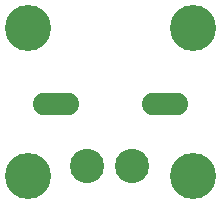
<source format=gbr>
G04 #@! TF.GenerationSoftware,KiCad,Pcbnew,5.0.0*
G04 #@! TF.CreationDate,2018-09-12T21:40:49-05:00*
G04 #@! TF.ProjectId,AntennaDeploymentBracket,416E74656E6E614465706C6F796D656E,rev?*
G04 #@! TF.SameCoordinates,Original*
G04 #@! TF.FileFunction,Soldermask,Top*
G04 #@! TF.FilePolarity,Negative*
%FSLAX46Y46*%
G04 Gerber Fmt 4.6, Leading zero omitted, Abs format (unit mm)*
G04 Created by KiCad (PCBNEW 5.0.0) date Wed Sep 12 21:40:49 2018*
%MOMM*%
%LPD*%
G01*
G04 APERTURE LIST*
%ADD10C,3.900000*%
%ADD11C,2.899360*%
%ADD12O,3.900000X1.924000*%
G04 APERTURE END LIST*
D10*
G04 #@! TO.C,REF\002A\002A*
X118237000Y-103886000D03*
G04 #@! TD*
G04 #@! TO.C,REF\002A\002A*
X132207000Y-103886000D03*
G04 #@! TD*
G04 #@! TO.C,REF\002A\002A*
X118237000Y-91313000D03*
G04 #@! TD*
D11*
G04 #@! TO.C,J1*
X123190000Y-102997000D03*
X127000000Y-102997000D03*
G04 #@! TD*
D12*
G04 #@! TO.C,R1*
X120611900Y-97777300D03*
X129794000Y-97790000D03*
G04 #@! TD*
D10*
G04 #@! TO.C,REF\002A\002A*
X132207000Y-91313000D03*
G04 #@! TD*
M02*

</source>
